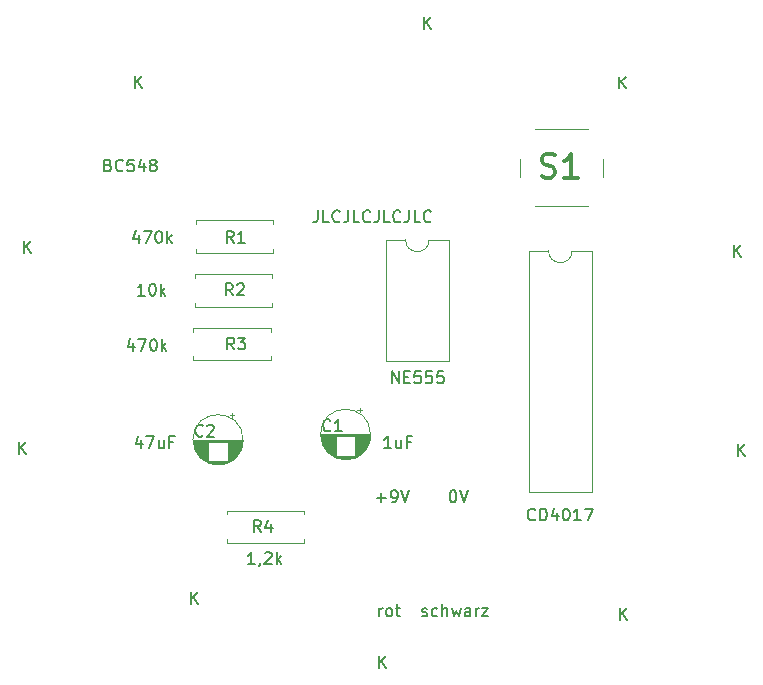
<source format=gbr>
%TF.GenerationSoftware,KiCad,Pcbnew,8.0.1*%
%TF.CreationDate,2024-04-02T10:16:43+02:00*%
%TF.ProjectId,GluecksraD,476c7565-636b-4737-9261-442e6b696361,rev?*%
%TF.SameCoordinates,Original*%
%TF.FileFunction,Legend,Top*%
%TF.FilePolarity,Positive*%
%FSLAX46Y46*%
G04 Gerber Fmt 4.6, Leading zero omitted, Abs format (unit mm)*
G04 Created by KiCad (PCBNEW 8.0.1) date 2024-04-02 10:16:43*
%MOMM*%
%LPD*%
G01*
G04 APERTURE LIST*
%ADD10C,0.150000*%
%ADD11C,0.300000*%
%ADD12C,0.120000*%
G04 APERTURE END LIST*
D10*
X67122493Y-62869819D02*
X67122493Y-63584104D01*
X67122493Y-63584104D02*
X67074874Y-63726961D01*
X67074874Y-63726961D02*
X66979636Y-63822200D01*
X66979636Y-63822200D02*
X66836779Y-63869819D01*
X66836779Y-63869819D02*
X66741541Y-63869819D01*
X68074874Y-63869819D02*
X67598684Y-63869819D01*
X67598684Y-63869819D02*
X67598684Y-62869819D01*
X68979636Y-63774580D02*
X68932017Y-63822200D01*
X68932017Y-63822200D02*
X68789160Y-63869819D01*
X68789160Y-63869819D02*
X68693922Y-63869819D01*
X68693922Y-63869819D02*
X68551065Y-63822200D01*
X68551065Y-63822200D02*
X68455827Y-63726961D01*
X68455827Y-63726961D02*
X68408208Y-63631723D01*
X68408208Y-63631723D02*
X68360589Y-63441247D01*
X68360589Y-63441247D02*
X68360589Y-63298390D01*
X68360589Y-63298390D02*
X68408208Y-63107914D01*
X68408208Y-63107914D02*
X68455827Y-63012676D01*
X68455827Y-63012676D02*
X68551065Y-62917438D01*
X68551065Y-62917438D02*
X68693922Y-62869819D01*
X68693922Y-62869819D02*
X68789160Y-62869819D01*
X68789160Y-62869819D02*
X68932017Y-62917438D01*
X68932017Y-62917438D02*
X68979636Y-62965057D01*
X69693922Y-62869819D02*
X69693922Y-63584104D01*
X69693922Y-63584104D02*
X69646303Y-63726961D01*
X69646303Y-63726961D02*
X69551065Y-63822200D01*
X69551065Y-63822200D02*
X69408208Y-63869819D01*
X69408208Y-63869819D02*
X69312970Y-63869819D01*
X70646303Y-63869819D02*
X70170113Y-63869819D01*
X70170113Y-63869819D02*
X70170113Y-62869819D01*
X71551065Y-63774580D02*
X71503446Y-63822200D01*
X71503446Y-63822200D02*
X71360589Y-63869819D01*
X71360589Y-63869819D02*
X71265351Y-63869819D01*
X71265351Y-63869819D02*
X71122494Y-63822200D01*
X71122494Y-63822200D02*
X71027256Y-63726961D01*
X71027256Y-63726961D02*
X70979637Y-63631723D01*
X70979637Y-63631723D02*
X70932018Y-63441247D01*
X70932018Y-63441247D02*
X70932018Y-63298390D01*
X70932018Y-63298390D02*
X70979637Y-63107914D01*
X70979637Y-63107914D02*
X71027256Y-63012676D01*
X71027256Y-63012676D02*
X71122494Y-62917438D01*
X71122494Y-62917438D02*
X71265351Y-62869819D01*
X71265351Y-62869819D02*
X71360589Y-62869819D01*
X71360589Y-62869819D02*
X71503446Y-62917438D01*
X71503446Y-62917438D02*
X71551065Y-62965057D01*
X72265351Y-62869819D02*
X72265351Y-63584104D01*
X72265351Y-63584104D02*
X72217732Y-63726961D01*
X72217732Y-63726961D02*
X72122494Y-63822200D01*
X72122494Y-63822200D02*
X71979637Y-63869819D01*
X71979637Y-63869819D02*
X71884399Y-63869819D01*
X73217732Y-63869819D02*
X72741542Y-63869819D01*
X72741542Y-63869819D02*
X72741542Y-62869819D01*
X74122494Y-63774580D02*
X74074875Y-63822200D01*
X74074875Y-63822200D02*
X73932018Y-63869819D01*
X73932018Y-63869819D02*
X73836780Y-63869819D01*
X73836780Y-63869819D02*
X73693923Y-63822200D01*
X73693923Y-63822200D02*
X73598685Y-63726961D01*
X73598685Y-63726961D02*
X73551066Y-63631723D01*
X73551066Y-63631723D02*
X73503447Y-63441247D01*
X73503447Y-63441247D02*
X73503447Y-63298390D01*
X73503447Y-63298390D02*
X73551066Y-63107914D01*
X73551066Y-63107914D02*
X73598685Y-63012676D01*
X73598685Y-63012676D02*
X73693923Y-62917438D01*
X73693923Y-62917438D02*
X73836780Y-62869819D01*
X73836780Y-62869819D02*
X73932018Y-62869819D01*
X73932018Y-62869819D02*
X74074875Y-62917438D01*
X74074875Y-62917438D02*
X74122494Y-62965057D01*
X74836780Y-62869819D02*
X74836780Y-63584104D01*
X74836780Y-63584104D02*
X74789161Y-63726961D01*
X74789161Y-63726961D02*
X74693923Y-63822200D01*
X74693923Y-63822200D02*
X74551066Y-63869819D01*
X74551066Y-63869819D02*
X74455828Y-63869819D01*
X75789161Y-63869819D02*
X75312971Y-63869819D01*
X75312971Y-63869819D02*
X75312971Y-62869819D01*
X76693923Y-63774580D02*
X76646304Y-63822200D01*
X76646304Y-63822200D02*
X76503447Y-63869819D01*
X76503447Y-63869819D02*
X76408209Y-63869819D01*
X76408209Y-63869819D02*
X76265352Y-63822200D01*
X76265352Y-63822200D02*
X76170114Y-63726961D01*
X76170114Y-63726961D02*
X76122495Y-63631723D01*
X76122495Y-63631723D02*
X76074876Y-63441247D01*
X76074876Y-63441247D02*
X76074876Y-63298390D01*
X76074876Y-63298390D02*
X76122495Y-63107914D01*
X76122495Y-63107914D02*
X76170114Y-63012676D01*
X76170114Y-63012676D02*
X76265352Y-62917438D01*
X76265352Y-62917438D02*
X76408209Y-62869819D01*
X76408209Y-62869819D02*
X76503447Y-62869819D01*
X76503447Y-62869819D02*
X76646304Y-62917438D01*
X76646304Y-62917438D02*
X76693923Y-62965057D01*
X51658095Y-52494819D02*
X51658095Y-51494819D01*
X52229523Y-52494819D02*
X51800952Y-51923390D01*
X52229523Y-51494819D02*
X51658095Y-52066247D01*
X72333095Y-101594819D02*
X72333095Y-100594819D01*
X72904523Y-101594819D02*
X72475952Y-101023390D01*
X72904523Y-100594819D02*
X72333095Y-101166247D01*
X92658095Y-52544819D02*
X92658095Y-51544819D01*
X93229523Y-52544819D02*
X92800952Y-51973390D01*
X93229523Y-51544819D02*
X92658095Y-52116247D01*
X75954285Y-97181200D02*
X76049523Y-97228819D01*
X76049523Y-97228819D02*
X76239999Y-97228819D01*
X76239999Y-97228819D02*
X76335237Y-97181200D01*
X76335237Y-97181200D02*
X76382856Y-97085961D01*
X76382856Y-97085961D02*
X76382856Y-97038342D01*
X76382856Y-97038342D02*
X76335237Y-96943104D01*
X76335237Y-96943104D02*
X76239999Y-96895485D01*
X76239999Y-96895485D02*
X76097142Y-96895485D01*
X76097142Y-96895485D02*
X76001904Y-96847866D01*
X76001904Y-96847866D02*
X75954285Y-96752628D01*
X75954285Y-96752628D02*
X75954285Y-96705009D01*
X75954285Y-96705009D02*
X76001904Y-96609771D01*
X76001904Y-96609771D02*
X76097142Y-96562152D01*
X76097142Y-96562152D02*
X76239999Y-96562152D01*
X76239999Y-96562152D02*
X76335237Y-96609771D01*
X77239999Y-97181200D02*
X77144761Y-97228819D01*
X77144761Y-97228819D02*
X76954285Y-97228819D01*
X76954285Y-97228819D02*
X76859047Y-97181200D01*
X76859047Y-97181200D02*
X76811428Y-97133580D01*
X76811428Y-97133580D02*
X76763809Y-97038342D01*
X76763809Y-97038342D02*
X76763809Y-96752628D01*
X76763809Y-96752628D02*
X76811428Y-96657390D01*
X76811428Y-96657390D02*
X76859047Y-96609771D01*
X76859047Y-96609771D02*
X76954285Y-96562152D01*
X76954285Y-96562152D02*
X77144761Y-96562152D01*
X77144761Y-96562152D02*
X77239999Y-96609771D01*
X77668571Y-97228819D02*
X77668571Y-96228819D01*
X78097142Y-97228819D02*
X78097142Y-96705009D01*
X78097142Y-96705009D02*
X78049523Y-96609771D01*
X78049523Y-96609771D02*
X77954285Y-96562152D01*
X77954285Y-96562152D02*
X77811428Y-96562152D01*
X77811428Y-96562152D02*
X77716190Y-96609771D01*
X77716190Y-96609771D02*
X77668571Y-96657390D01*
X78478095Y-96562152D02*
X78668571Y-97228819D01*
X78668571Y-97228819D02*
X78859047Y-96752628D01*
X78859047Y-96752628D02*
X79049523Y-97228819D01*
X79049523Y-97228819D02*
X79239999Y-96562152D01*
X80049523Y-97228819D02*
X80049523Y-96705009D01*
X80049523Y-96705009D02*
X80001904Y-96609771D01*
X80001904Y-96609771D02*
X79906666Y-96562152D01*
X79906666Y-96562152D02*
X79716190Y-96562152D01*
X79716190Y-96562152D02*
X79620952Y-96609771D01*
X80049523Y-97181200D02*
X79954285Y-97228819D01*
X79954285Y-97228819D02*
X79716190Y-97228819D01*
X79716190Y-97228819D02*
X79620952Y-97181200D01*
X79620952Y-97181200D02*
X79573333Y-97085961D01*
X79573333Y-97085961D02*
X79573333Y-96990723D01*
X79573333Y-96990723D02*
X79620952Y-96895485D01*
X79620952Y-96895485D02*
X79716190Y-96847866D01*
X79716190Y-96847866D02*
X79954285Y-96847866D01*
X79954285Y-96847866D02*
X80049523Y-96800247D01*
X80525714Y-97228819D02*
X80525714Y-96562152D01*
X80525714Y-96752628D02*
X80573333Y-96657390D01*
X80573333Y-96657390D02*
X80620952Y-96609771D01*
X80620952Y-96609771D02*
X80716190Y-96562152D01*
X80716190Y-96562152D02*
X80811428Y-96562152D01*
X81049524Y-96562152D02*
X81573333Y-96562152D01*
X81573333Y-96562152D02*
X81049524Y-97228819D01*
X81049524Y-97228819D02*
X81573333Y-97228819D01*
X41833095Y-83519819D02*
X41833095Y-82519819D01*
X42404523Y-83519819D02*
X41975952Y-82948390D01*
X42404523Y-82519819D02*
X41833095Y-83091247D01*
X72342476Y-97228819D02*
X72342476Y-96562152D01*
X72342476Y-96752628D02*
X72390095Y-96657390D01*
X72390095Y-96657390D02*
X72437714Y-96609771D01*
X72437714Y-96609771D02*
X72532952Y-96562152D01*
X72532952Y-96562152D02*
X72628190Y-96562152D01*
X73104381Y-97228819D02*
X73009143Y-97181200D01*
X73009143Y-97181200D02*
X72961524Y-97133580D01*
X72961524Y-97133580D02*
X72913905Y-97038342D01*
X72913905Y-97038342D02*
X72913905Y-96752628D01*
X72913905Y-96752628D02*
X72961524Y-96657390D01*
X72961524Y-96657390D02*
X73009143Y-96609771D01*
X73009143Y-96609771D02*
X73104381Y-96562152D01*
X73104381Y-96562152D02*
X73247238Y-96562152D01*
X73247238Y-96562152D02*
X73342476Y-96609771D01*
X73342476Y-96609771D02*
X73390095Y-96657390D01*
X73390095Y-96657390D02*
X73437714Y-96752628D01*
X73437714Y-96752628D02*
X73437714Y-97038342D01*
X73437714Y-97038342D02*
X73390095Y-97133580D01*
X73390095Y-97133580D02*
X73342476Y-97181200D01*
X73342476Y-97181200D02*
X73247238Y-97228819D01*
X73247238Y-97228819D02*
X73104381Y-97228819D01*
X73723429Y-96562152D02*
X74104381Y-96562152D01*
X73866286Y-96228819D02*
X73866286Y-97085961D01*
X73866286Y-97085961D02*
X73913905Y-97181200D01*
X73913905Y-97181200D02*
X74009143Y-97228819D01*
X74009143Y-97228819D02*
X74104381Y-97228819D01*
X92708095Y-97519819D02*
X92708095Y-96519819D01*
X93279523Y-97519819D02*
X92850952Y-96948390D01*
X93279523Y-96519819D02*
X92708095Y-97091247D01*
X102683095Y-83644819D02*
X102683095Y-82644819D01*
X103254523Y-83644819D02*
X102825952Y-83073390D01*
X103254523Y-82644819D02*
X102683095Y-83216247D01*
X76113095Y-47479819D02*
X76113095Y-46479819D01*
X76684523Y-47479819D02*
X76255952Y-46908390D01*
X76684523Y-46479819D02*
X76113095Y-47051247D01*
X42283095Y-66444819D02*
X42283095Y-65444819D01*
X42854523Y-66444819D02*
X42425952Y-65873390D01*
X42854523Y-65444819D02*
X42283095Y-66016247D01*
X49380112Y-59036009D02*
X49522969Y-59083628D01*
X49522969Y-59083628D02*
X49570588Y-59131247D01*
X49570588Y-59131247D02*
X49618207Y-59226485D01*
X49618207Y-59226485D02*
X49618207Y-59369342D01*
X49618207Y-59369342D02*
X49570588Y-59464580D01*
X49570588Y-59464580D02*
X49522969Y-59512200D01*
X49522969Y-59512200D02*
X49427731Y-59559819D01*
X49427731Y-59559819D02*
X49046779Y-59559819D01*
X49046779Y-59559819D02*
X49046779Y-58559819D01*
X49046779Y-58559819D02*
X49380112Y-58559819D01*
X49380112Y-58559819D02*
X49475350Y-58607438D01*
X49475350Y-58607438D02*
X49522969Y-58655057D01*
X49522969Y-58655057D02*
X49570588Y-58750295D01*
X49570588Y-58750295D02*
X49570588Y-58845533D01*
X49570588Y-58845533D02*
X49522969Y-58940771D01*
X49522969Y-58940771D02*
X49475350Y-58988390D01*
X49475350Y-58988390D02*
X49380112Y-59036009D01*
X49380112Y-59036009D02*
X49046779Y-59036009D01*
X50618207Y-59464580D02*
X50570588Y-59512200D01*
X50570588Y-59512200D02*
X50427731Y-59559819D01*
X50427731Y-59559819D02*
X50332493Y-59559819D01*
X50332493Y-59559819D02*
X50189636Y-59512200D01*
X50189636Y-59512200D02*
X50094398Y-59416961D01*
X50094398Y-59416961D02*
X50046779Y-59321723D01*
X50046779Y-59321723D02*
X49999160Y-59131247D01*
X49999160Y-59131247D02*
X49999160Y-58988390D01*
X49999160Y-58988390D02*
X50046779Y-58797914D01*
X50046779Y-58797914D02*
X50094398Y-58702676D01*
X50094398Y-58702676D02*
X50189636Y-58607438D01*
X50189636Y-58607438D02*
X50332493Y-58559819D01*
X50332493Y-58559819D02*
X50427731Y-58559819D01*
X50427731Y-58559819D02*
X50570588Y-58607438D01*
X50570588Y-58607438D02*
X50618207Y-58655057D01*
X51522969Y-58559819D02*
X51046779Y-58559819D01*
X51046779Y-58559819D02*
X50999160Y-59036009D01*
X50999160Y-59036009D02*
X51046779Y-58988390D01*
X51046779Y-58988390D02*
X51142017Y-58940771D01*
X51142017Y-58940771D02*
X51380112Y-58940771D01*
X51380112Y-58940771D02*
X51475350Y-58988390D01*
X51475350Y-58988390D02*
X51522969Y-59036009D01*
X51522969Y-59036009D02*
X51570588Y-59131247D01*
X51570588Y-59131247D02*
X51570588Y-59369342D01*
X51570588Y-59369342D02*
X51522969Y-59464580D01*
X51522969Y-59464580D02*
X51475350Y-59512200D01*
X51475350Y-59512200D02*
X51380112Y-59559819D01*
X51380112Y-59559819D02*
X51142017Y-59559819D01*
X51142017Y-59559819D02*
X51046779Y-59512200D01*
X51046779Y-59512200D02*
X50999160Y-59464580D01*
X52427731Y-58893152D02*
X52427731Y-59559819D01*
X52189636Y-58512200D02*
X51951541Y-59226485D01*
X51951541Y-59226485D02*
X52570588Y-59226485D01*
X53094398Y-58988390D02*
X52999160Y-58940771D01*
X52999160Y-58940771D02*
X52951541Y-58893152D01*
X52951541Y-58893152D02*
X52903922Y-58797914D01*
X52903922Y-58797914D02*
X52903922Y-58750295D01*
X52903922Y-58750295D02*
X52951541Y-58655057D01*
X52951541Y-58655057D02*
X52999160Y-58607438D01*
X52999160Y-58607438D02*
X53094398Y-58559819D01*
X53094398Y-58559819D02*
X53284874Y-58559819D01*
X53284874Y-58559819D02*
X53380112Y-58607438D01*
X53380112Y-58607438D02*
X53427731Y-58655057D01*
X53427731Y-58655057D02*
X53475350Y-58750295D01*
X53475350Y-58750295D02*
X53475350Y-58797914D01*
X53475350Y-58797914D02*
X53427731Y-58893152D01*
X53427731Y-58893152D02*
X53380112Y-58940771D01*
X53380112Y-58940771D02*
X53284874Y-58988390D01*
X53284874Y-58988390D02*
X53094398Y-58988390D01*
X53094398Y-58988390D02*
X52999160Y-59036009D01*
X52999160Y-59036009D02*
X52951541Y-59083628D01*
X52951541Y-59083628D02*
X52903922Y-59178866D01*
X52903922Y-59178866D02*
X52903922Y-59369342D01*
X52903922Y-59369342D02*
X52951541Y-59464580D01*
X52951541Y-59464580D02*
X52999160Y-59512200D01*
X52999160Y-59512200D02*
X53094398Y-59559819D01*
X53094398Y-59559819D02*
X53284874Y-59559819D01*
X53284874Y-59559819D02*
X53380112Y-59512200D01*
X53380112Y-59512200D02*
X53427731Y-59464580D01*
X53427731Y-59464580D02*
X53475350Y-59369342D01*
X53475350Y-59369342D02*
X53475350Y-59178866D01*
X53475350Y-59178866D02*
X53427731Y-59083628D01*
X53427731Y-59083628D02*
X53380112Y-59036009D01*
X53380112Y-59036009D02*
X53284874Y-58988390D01*
X102358095Y-66794819D02*
X102358095Y-65794819D01*
X102929523Y-66794819D02*
X102500952Y-66223390D01*
X102929523Y-65794819D02*
X102358095Y-66366247D01*
X56408095Y-96169819D02*
X56408095Y-95169819D01*
X56979523Y-96169819D02*
X56550952Y-95598390D01*
X56979523Y-95169819D02*
X56408095Y-95741247D01*
X68183333Y-81469580D02*
X68135714Y-81517200D01*
X68135714Y-81517200D02*
X67992857Y-81564819D01*
X67992857Y-81564819D02*
X67897619Y-81564819D01*
X67897619Y-81564819D02*
X67754762Y-81517200D01*
X67754762Y-81517200D02*
X67659524Y-81421961D01*
X67659524Y-81421961D02*
X67611905Y-81326723D01*
X67611905Y-81326723D02*
X67564286Y-81136247D01*
X67564286Y-81136247D02*
X67564286Y-80993390D01*
X67564286Y-80993390D02*
X67611905Y-80802914D01*
X67611905Y-80802914D02*
X67659524Y-80707676D01*
X67659524Y-80707676D02*
X67754762Y-80612438D01*
X67754762Y-80612438D02*
X67897619Y-80564819D01*
X67897619Y-80564819D02*
X67992857Y-80564819D01*
X67992857Y-80564819D02*
X68135714Y-80612438D01*
X68135714Y-80612438D02*
X68183333Y-80660057D01*
X69135714Y-81564819D02*
X68564286Y-81564819D01*
X68850000Y-81564819D02*
X68850000Y-80564819D01*
X68850000Y-80564819D02*
X68754762Y-80707676D01*
X68754762Y-80707676D02*
X68659524Y-80802914D01*
X68659524Y-80802914D02*
X68564286Y-80850533D01*
X73318761Y-83004819D02*
X72747333Y-83004819D01*
X73033047Y-83004819D02*
X73033047Y-82004819D01*
X73033047Y-82004819D02*
X72937809Y-82147676D01*
X72937809Y-82147676D02*
X72842571Y-82242914D01*
X72842571Y-82242914D02*
X72747333Y-82290533D01*
X74175904Y-82338152D02*
X74175904Y-83004819D01*
X73747333Y-82338152D02*
X73747333Y-82861961D01*
X73747333Y-82861961D02*
X73794952Y-82957200D01*
X73794952Y-82957200D02*
X73890190Y-83004819D01*
X73890190Y-83004819D02*
X74033047Y-83004819D01*
X74033047Y-83004819D02*
X74128285Y-82957200D01*
X74128285Y-82957200D02*
X74175904Y-82909580D01*
X74985428Y-82481009D02*
X74652095Y-82481009D01*
X74652095Y-83004819D02*
X74652095Y-82004819D01*
X74652095Y-82004819D02*
X75128285Y-82004819D01*
X59923333Y-70054819D02*
X59590000Y-69578628D01*
X59351905Y-70054819D02*
X59351905Y-69054819D01*
X59351905Y-69054819D02*
X59732857Y-69054819D01*
X59732857Y-69054819D02*
X59828095Y-69102438D01*
X59828095Y-69102438D02*
X59875714Y-69150057D01*
X59875714Y-69150057D02*
X59923333Y-69245295D01*
X59923333Y-69245295D02*
X59923333Y-69388152D01*
X59923333Y-69388152D02*
X59875714Y-69483390D01*
X59875714Y-69483390D02*
X59828095Y-69531009D01*
X59828095Y-69531009D02*
X59732857Y-69578628D01*
X59732857Y-69578628D02*
X59351905Y-69578628D01*
X60304286Y-69150057D02*
X60351905Y-69102438D01*
X60351905Y-69102438D02*
X60447143Y-69054819D01*
X60447143Y-69054819D02*
X60685238Y-69054819D01*
X60685238Y-69054819D02*
X60780476Y-69102438D01*
X60780476Y-69102438D02*
X60828095Y-69150057D01*
X60828095Y-69150057D02*
X60875714Y-69245295D01*
X60875714Y-69245295D02*
X60875714Y-69340533D01*
X60875714Y-69340533D02*
X60828095Y-69483390D01*
X60828095Y-69483390D02*
X60256667Y-70054819D01*
X60256667Y-70054819D02*
X60875714Y-70054819D01*
X52464761Y-70084819D02*
X51893333Y-70084819D01*
X52179047Y-70084819D02*
X52179047Y-69084819D01*
X52179047Y-69084819D02*
X52083809Y-69227676D01*
X52083809Y-69227676D02*
X51988571Y-69322914D01*
X51988571Y-69322914D02*
X51893333Y-69370533D01*
X53083809Y-69084819D02*
X53179047Y-69084819D01*
X53179047Y-69084819D02*
X53274285Y-69132438D01*
X53274285Y-69132438D02*
X53321904Y-69180057D01*
X53321904Y-69180057D02*
X53369523Y-69275295D01*
X53369523Y-69275295D02*
X53417142Y-69465771D01*
X53417142Y-69465771D02*
X53417142Y-69703866D01*
X53417142Y-69703866D02*
X53369523Y-69894342D01*
X53369523Y-69894342D02*
X53321904Y-69989580D01*
X53321904Y-69989580D02*
X53274285Y-70037200D01*
X53274285Y-70037200D02*
X53179047Y-70084819D01*
X53179047Y-70084819D02*
X53083809Y-70084819D01*
X53083809Y-70084819D02*
X52988571Y-70037200D01*
X52988571Y-70037200D02*
X52940952Y-69989580D01*
X52940952Y-69989580D02*
X52893333Y-69894342D01*
X52893333Y-69894342D02*
X52845714Y-69703866D01*
X52845714Y-69703866D02*
X52845714Y-69465771D01*
X52845714Y-69465771D02*
X52893333Y-69275295D01*
X52893333Y-69275295D02*
X52940952Y-69180057D01*
X52940952Y-69180057D02*
X52988571Y-69132438D01*
X52988571Y-69132438D02*
X53083809Y-69084819D01*
X53845714Y-70084819D02*
X53845714Y-69084819D01*
X53940952Y-69703866D02*
X54226666Y-70084819D01*
X54226666Y-69418152D02*
X53845714Y-69799104D01*
X60043333Y-74634819D02*
X59710000Y-74158628D01*
X59471905Y-74634819D02*
X59471905Y-73634819D01*
X59471905Y-73634819D02*
X59852857Y-73634819D01*
X59852857Y-73634819D02*
X59948095Y-73682438D01*
X59948095Y-73682438D02*
X59995714Y-73730057D01*
X59995714Y-73730057D02*
X60043333Y-73825295D01*
X60043333Y-73825295D02*
X60043333Y-73968152D01*
X60043333Y-73968152D02*
X59995714Y-74063390D01*
X59995714Y-74063390D02*
X59948095Y-74111009D01*
X59948095Y-74111009D02*
X59852857Y-74158628D01*
X59852857Y-74158628D02*
X59471905Y-74158628D01*
X60376667Y-73634819D02*
X60995714Y-73634819D01*
X60995714Y-73634819D02*
X60662381Y-74015771D01*
X60662381Y-74015771D02*
X60805238Y-74015771D01*
X60805238Y-74015771D02*
X60900476Y-74063390D01*
X60900476Y-74063390D02*
X60948095Y-74111009D01*
X60948095Y-74111009D02*
X60995714Y-74206247D01*
X60995714Y-74206247D02*
X60995714Y-74444342D01*
X60995714Y-74444342D02*
X60948095Y-74539580D01*
X60948095Y-74539580D02*
X60900476Y-74587200D01*
X60900476Y-74587200D02*
X60805238Y-74634819D01*
X60805238Y-74634819D02*
X60519524Y-74634819D01*
X60519524Y-74634819D02*
X60424286Y-74587200D01*
X60424286Y-74587200D02*
X60376667Y-74539580D01*
X51493333Y-74088152D02*
X51493333Y-74754819D01*
X51255238Y-73707200D02*
X51017143Y-74421485D01*
X51017143Y-74421485D02*
X51636190Y-74421485D01*
X51921905Y-73754819D02*
X52588571Y-73754819D01*
X52588571Y-73754819D02*
X52160000Y-74754819D01*
X53160000Y-73754819D02*
X53255238Y-73754819D01*
X53255238Y-73754819D02*
X53350476Y-73802438D01*
X53350476Y-73802438D02*
X53398095Y-73850057D01*
X53398095Y-73850057D02*
X53445714Y-73945295D01*
X53445714Y-73945295D02*
X53493333Y-74135771D01*
X53493333Y-74135771D02*
X53493333Y-74373866D01*
X53493333Y-74373866D02*
X53445714Y-74564342D01*
X53445714Y-74564342D02*
X53398095Y-74659580D01*
X53398095Y-74659580D02*
X53350476Y-74707200D01*
X53350476Y-74707200D02*
X53255238Y-74754819D01*
X53255238Y-74754819D02*
X53160000Y-74754819D01*
X53160000Y-74754819D02*
X53064762Y-74707200D01*
X53064762Y-74707200D02*
X53017143Y-74659580D01*
X53017143Y-74659580D02*
X52969524Y-74564342D01*
X52969524Y-74564342D02*
X52921905Y-74373866D01*
X52921905Y-74373866D02*
X52921905Y-74135771D01*
X52921905Y-74135771D02*
X52969524Y-73945295D01*
X52969524Y-73945295D02*
X53017143Y-73850057D01*
X53017143Y-73850057D02*
X53064762Y-73802438D01*
X53064762Y-73802438D02*
X53160000Y-73754819D01*
X53921905Y-74754819D02*
X53921905Y-73754819D01*
X54017143Y-74373866D02*
X54302857Y-74754819D01*
X54302857Y-74088152D02*
X53921905Y-74469104D01*
X62293333Y-90094819D02*
X61960000Y-89618628D01*
X61721905Y-90094819D02*
X61721905Y-89094819D01*
X61721905Y-89094819D02*
X62102857Y-89094819D01*
X62102857Y-89094819D02*
X62198095Y-89142438D01*
X62198095Y-89142438D02*
X62245714Y-89190057D01*
X62245714Y-89190057D02*
X62293333Y-89285295D01*
X62293333Y-89285295D02*
X62293333Y-89428152D01*
X62293333Y-89428152D02*
X62245714Y-89523390D01*
X62245714Y-89523390D02*
X62198095Y-89571009D01*
X62198095Y-89571009D02*
X62102857Y-89618628D01*
X62102857Y-89618628D02*
X61721905Y-89618628D01*
X63150476Y-89428152D02*
X63150476Y-90094819D01*
X62912381Y-89047200D02*
X62674286Y-89761485D01*
X62674286Y-89761485D02*
X63293333Y-89761485D01*
X61786666Y-92804819D02*
X61215238Y-92804819D01*
X61500952Y-92804819D02*
X61500952Y-91804819D01*
X61500952Y-91804819D02*
X61405714Y-91947676D01*
X61405714Y-91947676D02*
X61310476Y-92042914D01*
X61310476Y-92042914D02*
X61215238Y-92090533D01*
X62262857Y-92757200D02*
X62262857Y-92804819D01*
X62262857Y-92804819D02*
X62215238Y-92900057D01*
X62215238Y-92900057D02*
X62167619Y-92947676D01*
X62643809Y-91900057D02*
X62691428Y-91852438D01*
X62691428Y-91852438D02*
X62786666Y-91804819D01*
X62786666Y-91804819D02*
X63024761Y-91804819D01*
X63024761Y-91804819D02*
X63119999Y-91852438D01*
X63119999Y-91852438D02*
X63167618Y-91900057D01*
X63167618Y-91900057D02*
X63215237Y-91995295D01*
X63215237Y-91995295D02*
X63215237Y-92090533D01*
X63215237Y-92090533D02*
X63167618Y-92233390D01*
X63167618Y-92233390D02*
X62596190Y-92804819D01*
X62596190Y-92804819D02*
X63215237Y-92804819D01*
X63643809Y-92804819D02*
X63643809Y-91804819D01*
X63739047Y-92423866D02*
X64024761Y-92804819D01*
X64024761Y-92138152D02*
X63643809Y-92519104D01*
X72120286Y-87195866D02*
X72882191Y-87195866D01*
X72501238Y-87576819D02*
X72501238Y-86814914D01*
X73406000Y-87576819D02*
X73596476Y-87576819D01*
X73596476Y-87576819D02*
X73691714Y-87529200D01*
X73691714Y-87529200D02*
X73739333Y-87481580D01*
X73739333Y-87481580D02*
X73834571Y-87338723D01*
X73834571Y-87338723D02*
X73882190Y-87148247D01*
X73882190Y-87148247D02*
X73882190Y-86767295D01*
X73882190Y-86767295D02*
X73834571Y-86672057D01*
X73834571Y-86672057D02*
X73786952Y-86624438D01*
X73786952Y-86624438D02*
X73691714Y-86576819D01*
X73691714Y-86576819D02*
X73501238Y-86576819D01*
X73501238Y-86576819D02*
X73406000Y-86624438D01*
X73406000Y-86624438D02*
X73358381Y-86672057D01*
X73358381Y-86672057D02*
X73310762Y-86767295D01*
X73310762Y-86767295D02*
X73310762Y-87005390D01*
X73310762Y-87005390D02*
X73358381Y-87100628D01*
X73358381Y-87100628D02*
X73406000Y-87148247D01*
X73406000Y-87148247D02*
X73501238Y-87195866D01*
X73501238Y-87195866D02*
X73691714Y-87195866D01*
X73691714Y-87195866D02*
X73786952Y-87148247D01*
X73786952Y-87148247D02*
X73834571Y-87100628D01*
X73834571Y-87100628D02*
X73882190Y-87005390D01*
X74167905Y-86576819D02*
X74501238Y-87576819D01*
X74501238Y-87576819D02*
X74834571Y-86576819D01*
X73403333Y-77494819D02*
X73403333Y-76494819D01*
X73403333Y-76494819D02*
X73974761Y-77494819D01*
X73974761Y-77494819D02*
X73974761Y-76494819D01*
X74450952Y-76971009D02*
X74784285Y-76971009D01*
X74927142Y-77494819D02*
X74450952Y-77494819D01*
X74450952Y-77494819D02*
X74450952Y-76494819D01*
X74450952Y-76494819D02*
X74927142Y-76494819D01*
X75831904Y-76494819D02*
X75355714Y-76494819D01*
X75355714Y-76494819D02*
X75308095Y-76971009D01*
X75308095Y-76971009D02*
X75355714Y-76923390D01*
X75355714Y-76923390D02*
X75450952Y-76875771D01*
X75450952Y-76875771D02*
X75689047Y-76875771D01*
X75689047Y-76875771D02*
X75784285Y-76923390D01*
X75784285Y-76923390D02*
X75831904Y-76971009D01*
X75831904Y-76971009D02*
X75879523Y-77066247D01*
X75879523Y-77066247D02*
X75879523Y-77304342D01*
X75879523Y-77304342D02*
X75831904Y-77399580D01*
X75831904Y-77399580D02*
X75784285Y-77447200D01*
X75784285Y-77447200D02*
X75689047Y-77494819D01*
X75689047Y-77494819D02*
X75450952Y-77494819D01*
X75450952Y-77494819D02*
X75355714Y-77447200D01*
X75355714Y-77447200D02*
X75308095Y-77399580D01*
X76784285Y-76494819D02*
X76308095Y-76494819D01*
X76308095Y-76494819D02*
X76260476Y-76971009D01*
X76260476Y-76971009D02*
X76308095Y-76923390D01*
X76308095Y-76923390D02*
X76403333Y-76875771D01*
X76403333Y-76875771D02*
X76641428Y-76875771D01*
X76641428Y-76875771D02*
X76736666Y-76923390D01*
X76736666Y-76923390D02*
X76784285Y-76971009D01*
X76784285Y-76971009D02*
X76831904Y-77066247D01*
X76831904Y-77066247D02*
X76831904Y-77304342D01*
X76831904Y-77304342D02*
X76784285Y-77399580D01*
X76784285Y-77399580D02*
X76736666Y-77447200D01*
X76736666Y-77447200D02*
X76641428Y-77494819D01*
X76641428Y-77494819D02*
X76403333Y-77494819D01*
X76403333Y-77494819D02*
X76308095Y-77447200D01*
X76308095Y-77447200D02*
X76260476Y-77399580D01*
X77736666Y-76494819D02*
X77260476Y-76494819D01*
X77260476Y-76494819D02*
X77212857Y-76971009D01*
X77212857Y-76971009D02*
X77260476Y-76923390D01*
X77260476Y-76923390D02*
X77355714Y-76875771D01*
X77355714Y-76875771D02*
X77593809Y-76875771D01*
X77593809Y-76875771D02*
X77689047Y-76923390D01*
X77689047Y-76923390D02*
X77736666Y-76971009D01*
X77736666Y-76971009D02*
X77784285Y-77066247D01*
X77784285Y-77066247D02*
X77784285Y-77304342D01*
X77784285Y-77304342D02*
X77736666Y-77399580D01*
X77736666Y-77399580D02*
X77689047Y-77447200D01*
X77689047Y-77447200D02*
X77593809Y-77494819D01*
X77593809Y-77494819D02*
X77355714Y-77494819D01*
X77355714Y-77494819D02*
X77260476Y-77447200D01*
X77260476Y-77447200D02*
X77212857Y-77399580D01*
X85534761Y-89019580D02*
X85487142Y-89067200D01*
X85487142Y-89067200D02*
X85344285Y-89114819D01*
X85344285Y-89114819D02*
X85249047Y-89114819D01*
X85249047Y-89114819D02*
X85106190Y-89067200D01*
X85106190Y-89067200D02*
X85010952Y-88971961D01*
X85010952Y-88971961D02*
X84963333Y-88876723D01*
X84963333Y-88876723D02*
X84915714Y-88686247D01*
X84915714Y-88686247D02*
X84915714Y-88543390D01*
X84915714Y-88543390D02*
X84963333Y-88352914D01*
X84963333Y-88352914D02*
X85010952Y-88257676D01*
X85010952Y-88257676D02*
X85106190Y-88162438D01*
X85106190Y-88162438D02*
X85249047Y-88114819D01*
X85249047Y-88114819D02*
X85344285Y-88114819D01*
X85344285Y-88114819D02*
X85487142Y-88162438D01*
X85487142Y-88162438D02*
X85534761Y-88210057D01*
X85963333Y-89114819D02*
X85963333Y-88114819D01*
X85963333Y-88114819D02*
X86201428Y-88114819D01*
X86201428Y-88114819D02*
X86344285Y-88162438D01*
X86344285Y-88162438D02*
X86439523Y-88257676D01*
X86439523Y-88257676D02*
X86487142Y-88352914D01*
X86487142Y-88352914D02*
X86534761Y-88543390D01*
X86534761Y-88543390D02*
X86534761Y-88686247D01*
X86534761Y-88686247D02*
X86487142Y-88876723D01*
X86487142Y-88876723D02*
X86439523Y-88971961D01*
X86439523Y-88971961D02*
X86344285Y-89067200D01*
X86344285Y-89067200D02*
X86201428Y-89114819D01*
X86201428Y-89114819D02*
X85963333Y-89114819D01*
X87391904Y-88448152D02*
X87391904Y-89114819D01*
X87153809Y-88067200D02*
X86915714Y-88781485D01*
X86915714Y-88781485D02*
X87534761Y-88781485D01*
X88106190Y-88114819D02*
X88201428Y-88114819D01*
X88201428Y-88114819D02*
X88296666Y-88162438D01*
X88296666Y-88162438D02*
X88344285Y-88210057D01*
X88344285Y-88210057D02*
X88391904Y-88305295D01*
X88391904Y-88305295D02*
X88439523Y-88495771D01*
X88439523Y-88495771D02*
X88439523Y-88733866D01*
X88439523Y-88733866D02*
X88391904Y-88924342D01*
X88391904Y-88924342D02*
X88344285Y-89019580D01*
X88344285Y-89019580D02*
X88296666Y-89067200D01*
X88296666Y-89067200D02*
X88201428Y-89114819D01*
X88201428Y-89114819D02*
X88106190Y-89114819D01*
X88106190Y-89114819D02*
X88010952Y-89067200D01*
X88010952Y-89067200D02*
X87963333Y-89019580D01*
X87963333Y-89019580D02*
X87915714Y-88924342D01*
X87915714Y-88924342D02*
X87868095Y-88733866D01*
X87868095Y-88733866D02*
X87868095Y-88495771D01*
X87868095Y-88495771D02*
X87915714Y-88305295D01*
X87915714Y-88305295D02*
X87963333Y-88210057D01*
X87963333Y-88210057D02*
X88010952Y-88162438D01*
X88010952Y-88162438D02*
X88106190Y-88114819D01*
X89391904Y-89114819D02*
X88820476Y-89114819D01*
X89106190Y-89114819D02*
X89106190Y-88114819D01*
X89106190Y-88114819D02*
X89010952Y-88257676D01*
X89010952Y-88257676D02*
X88915714Y-88352914D01*
X88915714Y-88352914D02*
X88820476Y-88400533D01*
X89725238Y-88114819D02*
X90391904Y-88114819D01*
X90391904Y-88114819D02*
X89963333Y-89114819D01*
X78523809Y-86576819D02*
X78619047Y-86576819D01*
X78619047Y-86576819D02*
X78714285Y-86624438D01*
X78714285Y-86624438D02*
X78761904Y-86672057D01*
X78761904Y-86672057D02*
X78809523Y-86767295D01*
X78809523Y-86767295D02*
X78857142Y-86957771D01*
X78857142Y-86957771D02*
X78857142Y-87195866D01*
X78857142Y-87195866D02*
X78809523Y-87386342D01*
X78809523Y-87386342D02*
X78761904Y-87481580D01*
X78761904Y-87481580D02*
X78714285Y-87529200D01*
X78714285Y-87529200D02*
X78619047Y-87576819D01*
X78619047Y-87576819D02*
X78523809Y-87576819D01*
X78523809Y-87576819D02*
X78428571Y-87529200D01*
X78428571Y-87529200D02*
X78380952Y-87481580D01*
X78380952Y-87481580D02*
X78333333Y-87386342D01*
X78333333Y-87386342D02*
X78285714Y-87195866D01*
X78285714Y-87195866D02*
X78285714Y-86957771D01*
X78285714Y-86957771D02*
X78333333Y-86767295D01*
X78333333Y-86767295D02*
X78380952Y-86672057D01*
X78380952Y-86672057D02*
X78428571Y-86624438D01*
X78428571Y-86624438D02*
X78523809Y-86576819D01*
X79142857Y-86576819D02*
X79476190Y-87576819D01*
X79476190Y-87576819D02*
X79809523Y-86576819D01*
D11*
X86106190Y-59996400D02*
X86391904Y-60091638D01*
X86391904Y-60091638D02*
X86868095Y-60091638D01*
X86868095Y-60091638D02*
X87058571Y-59996400D01*
X87058571Y-59996400D02*
X87153809Y-59901161D01*
X87153809Y-59901161D02*
X87249047Y-59710685D01*
X87249047Y-59710685D02*
X87249047Y-59520209D01*
X87249047Y-59520209D02*
X87153809Y-59329733D01*
X87153809Y-59329733D02*
X87058571Y-59234495D01*
X87058571Y-59234495D02*
X86868095Y-59139257D01*
X86868095Y-59139257D02*
X86487142Y-59044019D01*
X86487142Y-59044019D02*
X86296666Y-58948780D01*
X86296666Y-58948780D02*
X86201428Y-58853542D01*
X86201428Y-58853542D02*
X86106190Y-58663066D01*
X86106190Y-58663066D02*
X86106190Y-58472590D01*
X86106190Y-58472590D02*
X86201428Y-58282114D01*
X86201428Y-58282114D02*
X86296666Y-58186876D01*
X86296666Y-58186876D02*
X86487142Y-58091638D01*
X86487142Y-58091638D02*
X86963333Y-58091638D01*
X86963333Y-58091638D02*
X87249047Y-58186876D01*
X89153809Y-60091638D02*
X88010952Y-60091638D01*
X88582380Y-60091638D02*
X88582380Y-58091638D01*
X88582380Y-58091638D02*
X88391904Y-58377352D01*
X88391904Y-58377352D02*
X88201428Y-58567828D01*
X88201428Y-58567828D02*
X88010952Y-58663066D01*
D10*
X57387333Y-81919580D02*
X57339714Y-81967200D01*
X57339714Y-81967200D02*
X57196857Y-82014819D01*
X57196857Y-82014819D02*
X57101619Y-82014819D01*
X57101619Y-82014819D02*
X56958762Y-81967200D01*
X56958762Y-81967200D02*
X56863524Y-81871961D01*
X56863524Y-81871961D02*
X56815905Y-81776723D01*
X56815905Y-81776723D02*
X56768286Y-81586247D01*
X56768286Y-81586247D02*
X56768286Y-81443390D01*
X56768286Y-81443390D02*
X56815905Y-81252914D01*
X56815905Y-81252914D02*
X56863524Y-81157676D01*
X56863524Y-81157676D02*
X56958762Y-81062438D01*
X56958762Y-81062438D02*
X57101619Y-81014819D01*
X57101619Y-81014819D02*
X57196857Y-81014819D01*
X57196857Y-81014819D02*
X57339714Y-81062438D01*
X57339714Y-81062438D02*
X57387333Y-81110057D01*
X57768286Y-81110057D02*
X57815905Y-81062438D01*
X57815905Y-81062438D02*
X57911143Y-81014819D01*
X57911143Y-81014819D02*
X58149238Y-81014819D01*
X58149238Y-81014819D02*
X58244476Y-81062438D01*
X58244476Y-81062438D02*
X58292095Y-81110057D01*
X58292095Y-81110057D02*
X58339714Y-81205295D01*
X58339714Y-81205295D02*
X58339714Y-81300533D01*
X58339714Y-81300533D02*
X58292095Y-81443390D01*
X58292095Y-81443390D02*
X57720667Y-82014819D01*
X57720667Y-82014819D02*
X58339714Y-82014819D01*
X52173333Y-82338152D02*
X52173333Y-83004819D01*
X51935238Y-81957200D02*
X51697143Y-82671485D01*
X51697143Y-82671485D02*
X52316190Y-82671485D01*
X52601905Y-82004819D02*
X53268571Y-82004819D01*
X53268571Y-82004819D02*
X52840000Y-83004819D01*
X54078095Y-82338152D02*
X54078095Y-83004819D01*
X53649524Y-82338152D02*
X53649524Y-82861961D01*
X53649524Y-82861961D02*
X53697143Y-82957200D01*
X53697143Y-82957200D02*
X53792381Y-83004819D01*
X53792381Y-83004819D02*
X53935238Y-83004819D01*
X53935238Y-83004819D02*
X54030476Y-82957200D01*
X54030476Y-82957200D02*
X54078095Y-82909580D01*
X54887619Y-82481009D02*
X54554286Y-82481009D01*
X54554286Y-83004819D02*
X54554286Y-82004819D01*
X54554286Y-82004819D02*
X55030476Y-82004819D01*
X59993333Y-65614819D02*
X59660000Y-65138628D01*
X59421905Y-65614819D02*
X59421905Y-64614819D01*
X59421905Y-64614819D02*
X59802857Y-64614819D01*
X59802857Y-64614819D02*
X59898095Y-64662438D01*
X59898095Y-64662438D02*
X59945714Y-64710057D01*
X59945714Y-64710057D02*
X59993333Y-64805295D01*
X59993333Y-64805295D02*
X59993333Y-64948152D01*
X59993333Y-64948152D02*
X59945714Y-65043390D01*
X59945714Y-65043390D02*
X59898095Y-65091009D01*
X59898095Y-65091009D02*
X59802857Y-65138628D01*
X59802857Y-65138628D02*
X59421905Y-65138628D01*
X60945714Y-65614819D02*
X60374286Y-65614819D01*
X60660000Y-65614819D02*
X60660000Y-64614819D01*
X60660000Y-64614819D02*
X60564762Y-64757676D01*
X60564762Y-64757676D02*
X60469524Y-64852914D01*
X60469524Y-64852914D02*
X60374286Y-64900533D01*
X51953333Y-64948152D02*
X51953333Y-65614819D01*
X51715238Y-64567200D02*
X51477143Y-65281485D01*
X51477143Y-65281485D02*
X52096190Y-65281485D01*
X52381905Y-64614819D02*
X53048571Y-64614819D01*
X53048571Y-64614819D02*
X52620000Y-65614819D01*
X53620000Y-64614819D02*
X53715238Y-64614819D01*
X53715238Y-64614819D02*
X53810476Y-64662438D01*
X53810476Y-64662438D02*
X53858095Y-64710057D01*
X53858095Y-64710057D02*
X53905714Y-64805295D01*
X53905714Y-64805295D02*
X53953333Y-64995771D01*
X53953333Y-64995771D02*
X53953333Y-65233866D01*
X53953333Y-65233866D02*
X53905714Y-65424342D01*
X53905714Y-65424342D02*
X53858095Y-65519580D01*
X53858095Y-65519580D02*
X53810476Y-65567200D01*
X53810476Y-65567200D02*
X53715238Y-65614819D01*
X53715238Y-65614819D02*
X53620000Y-65614819D01*
X53620000Y-65614819D02*
X53524762Y-65567200D01*
X53524762Y-65567200D02*
X53477143Y-65519580D01*
X53477143Y-65519580D02*
X53429524Y-65424342D01*
X53429524Y-65424342D02*
X53381905Y-65233866D01*
X53381905Y-65233866D02*
X53381905Y-64995771D01*
X53381905Y-64995771D02*
X53429524Y-64805295D01*
X53429524Y-64805295D02*
X53477143Y-64710057D01*
X53477143Y-64710057D02*
X53524762Y-64662438D01*
X53524762Y-64662438D02*
X53620000Y-64614819D01*
X54381905Y-65614819D02*
X54381905Y-64614819D01*
X54477143Y-65233866D02*
X54762857Y-65614819D01*
X54762857Y-64948152D02*
X54381905Y-65329104D01*
D12*
%TO.C,C1*%
X70665000Y-79560199D02*
X70665000Y-79960199D01*
X70865000Y-79760199D02*
X70465000Y-79760199D01*
X71550000Y-81830000D02*
X67390000Y-81830000D01*
X71550000Y-81870000D02*
X67390000Y-81870000D01*
X71549000Y-81910000D02*
X67391000Y-81910000D01*
X71547000Y-81950000D02*
X67393000Y-81950000D01*
X71544000Y-81990000D02*
X67396000Y-81990000D01*
X71541000Y-82030000D02*
X70310000Y-82030000D01*
X68630000Y-82030000D02*
X67399000Y-82030000D01*
X71537000Y-82070000D02*
X70310000Y-82070000D01*
X68630000Y-82070000D02*
X67403000Y-82070000D01*
X71532000Y-82110000D02*
X70310000Y-82110000D01*
X68630000Y-82110000D02*
X67408000Y-82110000D01*
X71526000Y-82150000D02*
X70310000Y-82150000D01*
X68630000Y-82150000D02*
X67414000Y-82150000D01*
X71520000Y-82190000D02*
X70310000Y-82190000D01*
X68630000Y-82190000D02*
X67420000Y-82190000D01*
X71512000Y-82230000D02*
X70310000Y-82230000D01*
X68630000Y-82230000D02*
X67428000Y-82230000D01*
X71504000Y-82270000D02*
X70310000Y-82270000D01*
X68630000Y-82270000D02*
X67436000Y-82270000D01*
X71495000Y-82310000D02*
X70310000Y-82310000D01*
X68630000Y-82310000D02*
X67445000Y-82310000D01*
X71486000Y-82350000D02*
X70310000Y-82350000D01*
X68630000Y-82350000D02*
X67454000Y-82350000D01*
X71475000Y-82390000D02*
X70310000Y-82390000D01*
X68630000Y-82390000D02*
X67465000Y-82390000D01*
X71464000Y-82430000D02*
X70310000Y-82430000D01*
X68630000Y-82430000D02*
X67476000Y-82430000D01*
X71452000Y-82470000D02*
X70310000Y-82470000D01*
X68630000Y-82470000D02*
X67488000Y-82470000D01*
X71438000Y-82510000D02*
X70310000Y-82510000D01*
X68630000Y-82510000D02*
X67502000Y-82510000D01*
X71424000Y-82551000D02*
X70310000Y-82551000D01*
X68630000Y-82551000D02*
X67516000Y-82551000D01*
X71410000Y-82591000D02*
X70310000Y-82591000D01*
X68630000Y-82591000D02*
X67530000Y-82591000D01*
X71394000Y-82631000D02*
X70310000Y-82631000D01*
X68630000Y-82631000D02*
X67546000Y-82631000D01*
X71377000Y-82671000D02*
X70310000Y-82671000D01*
X68630000Y-82671000D02*
X67563000Y-82671000D01*
X71359000Y-82711000D02*
X70310000Y-82711000D01*
X68630000Y-82711000D02*
X67581000Y-82711000D01*
X71340000Y-82751000D02*
X70310000Y-82751000D01*
X68630000Y-82751000D02*
X67600000Y-82751000D01*
X71321000Y-82791000D02*
X70310000Y-82791000D01*
X68630000Y-82791000D02*
X67619000Y-82791000D01*
X71300000Y-82831000D02*
X70310000Y-82831000D01*
X68630000Y-82831000D02*
X67640000Y-82831000D01*
X71278000Y-82871000D02*
X70310000Y-82871000D01*
X68630000Y-82871000D02*
X67662000Y-82871000D01*
X71255000Y-82911000D02*
X70310000Y-82911000D01*
X68630000Y-82911000D02*
X67685000Y-82911000D01*
X71230000Y-82951000D02*
X70310000Y-82951000D01*
X68630000Y-82951000D02*
X67710000Y-82951000D01*
X71205000Y-82991000D02*
X70310000Y-82991000D01*
X68630000Y-82991000D02*
X67735000Y-82991000D01*
X71178000Y-83031000D02*
X70310000Y-83031000D01*
X68630000Y-83031000D02*
X67762000Y-83031000D01*
X71150000Y-83071000D02*
X70310000Y-83071000D01*
X68630000Y-83071000D02*
X67790000Y-83071000D01*
X71120000Y-83111000D02*
X70310000Y-83111000D01*
X68630000Y-83111000D02*
X67820000Y-83111000D01*
X71089000Y-83151000D02*
X70310000Y-83151000D01*
X68630000Y-83151000D02*
X67851000Y-83151000D01*
X71057000Y-83191000D02*
X70310000Y-83191000D01*
X68630000Y-83191000D02*
X67883000Y-83191000D01*
X71022000Y-83231000D02*
X70310000Y-83231000D01*
X68630000Y-83231000D02*
X67918000Y-83231000D01*
X70986000Y-83271000D02*
X70310000Y-83271000D01*
X68630000Y-83271000D02*
X67954000Y-83271000D01*
X70948000Y-83311000D02*
X70310000Y-83311000D01*
X68630000Y-83311000D02*
X67992000Y-83311000D01*
X70908000Y-83351000D02*
X70310000Y-83351000D01*
X68630000Y-83351000D02*
X68032000Y-83351000D01*
X70866000Y-83391000D02*
X70310000Y-83391000D01*
X68630000Y-83391000D02*
X68074000Y-83391000D01*
X70821000Y-83431000D02*
X70310000Y-83431000D01*
X68630000Y-83431000D02*
X68119000Y-83431000D01*
X70774000Y-83471000D02*
X70310000Y-83471000D01*
X68630000Y-83471000D02*
X68166000Y-83471000D01*
X70724000Y-83511000D02*
X70310000Y-83511000D01*
X68630000Y-83511000D02*
X68216000Y-83511000D01*
X70670000Y-83551000D02*
X70310000Y-83551000D01*
X68630000Y-83551000D02*
X68270000Y-83551000D01*
X70612000Y-83591000D02*
X70310000Y-83591000D01*
X68630000Y-83591000D02*
X68328000Y-83591000D01*
X70550000Y-83631000D02*
X70310000Y-83631000D01*
X68630000Y-83631000D02*
X68390000Y-83631000D01*
X70483000Y-83671000D02*
X68457000Y-83671000D01*
X70410000Y-83711000D02*
X68530000Y-83711000D01*
X70329000Y-83751000D02*
X68611000Y-83751000D01*
X70238000Y-83791000D02*
X68702000Y-83791000D01*
X70134000Y-83831000D02*
X68806000Y-83831000D01*
X70007000Y-83871000D02*
X68933000Y-83871000D01*
X69840000Y-83911000D02*
X69100000Y-83911000D01*
X71590000Y-81830000D02*
G75*
G02*
X67350000Y-81830000I-2120000J0D01*
G01*
X67350000Y-81830000D02*
G75*
G02*
X71590000Y-81830000I2120000J0D01*
G01*
%TO.C,R2*%
X56700000Y-68270000D02*
X63240000Y-68270000D01*
X56700000Y-68600000D02*
X56700000Y-68270000D01*
X56700000Y-70680000D02*
X56700000Y-71010000D01*
X56700000Y-71010000D02*
X63240000Y-71010000D01*
X63240000Y-68270000D02*
X63240000Y-68600000D01*
X63240000Y-71010000D02*
X63240000Y-70680000D01*
%TO.C,R3*%
X56590000Y-72820000D02*
X63130000Y-72820000D01*
X56590000Y-73150000D02*
X56590000Y-72820000D01*
X56590000Y-75230000D02*
X56590000Y-75560000D01*
X56590000Y-75560000D02*
X63130000Y-75560000D01*
X63130000Y-72820000D02*
X63130000Y-73150000D01*
X63130000Y-75560000D02*
X63130000Y-75230000D01*
%TO.C,R4*%
X59430000Y-88280000D02*
X65970000Y-88280000D01*
X59430000Y-88610000D02*
X59430000Y-88280000D01*
X59430000Y-90690000D02*
X59430000Y-91020000D01*
X59430000Y-91020000D02*
X65970000Y-91020000D01*
X65970000Y-88280000D02*
X65970000Y-88610000D01*
X65970000Y-91020000D02*
X65970000Y-90690000D01*
%TO.C,U2*%
X72900000Y-65360000D02*
X72900000Y-75640000D01*
X72900000Y-75640000D02*
X78200000Y-75640000D01*
X74550000Y-65360000D02*
X72900000Y-65360000D01*
X78200000Y-65360000D02*
X76550000Y-65360000D01*
X78200000Y-75640000D02*
X78200000Y-65360000D01*
X76550000Y-65360000D02*
G75*
G02*
X74550000Y-65360000I-1000000J0D01*
G01*
%TO.C,U3*%
X85005001Y-66285001D02*
X85005001Y-86725001D01*
X85005001Y-86725001D02*
X90305001Y-86725001D01*
X86655001Y-66285001D02*
X85005001Y-66285001D01*
X90305001Y-66285001D02*
X88655001Y-66285001D01*
X90305001Y-86725001D02*
X90305001Y-66285001D01*
X88655001Y-66285001D02*
G75*
G02*
X86655001Y-66285001I-1000000J0D01*
G01*
%TO.C,S1*%
X84250000Y-58500000D02*
X84250000Y-60000000D01*
X85500000Y-62500000D02*
X90000000Y-62500000D01*
X90000000Y-56000000D02*
X85500000Y-56000000D01*
X91250000Y-60000000D02*
X91250000Y-58500000D01*
%TO.C,C2*%
X59869000Y-80010199D02*
X59869000Y-80410199D01*
X60069000Y-80210199D02*
X59669000Y-80210199D01*
X60754000Y-82280000D02*
X56594000Y-82280000D01*
X60754000Y-82320000D02*
X56594000Y-82320000D01*
X60753000Y-82360000D02*
X56595000Y-82360000D01*
X60751000Y-82400000D02*
X56597000Y-82400000D01*
X60748000Y-82440000D02*
X56600000Y-82440000D01*
X60745000Y-82480000D02*
X59514000Y-82480000D01*
X57834000Y-82480000D02*
X56603000Y-82480000D01*
X60741000Y-82520000D02*
X59514000Y-82520000D01*
X57834000Y-82520000D02*
X56607000Y-82520000D01*
X60736000Y-82560000D02*
X59514000Y-82560000D01*
X57834000Y-82560000D02*
X56612000Y-82560000D01*
X60730000Y-82600000D02*
X59514000Y-82600000D01*
X57834000Y-82600000D02*
X56618000Y-82600000D01*
X60724000Y-82640000D02*
X59514000Y-82640000D01*
X57834000Y-82640000D02*
X56624000Y-82640000D01*
X60716000Y-82680000D02*
X59514000Y-82680000D01*
X57834000Y-82680000D02*
X56632000Y-82680000D01*
X60708000Y-82720000D02*
X59514000Y-82720000D01*
X57834000Y-82720000D02*
X56640000Y-82720000D01*
X60699000Y-82760000D02*
X59514000Y-82760000D01*
X57834000Y-82760000D02*
X56649000Y-82760000D01*
X60690000Y-82800000D02*
X59514000Y-82800000D01*
X57834000Y-82800000D02*
X56658000Y-82800000D01*
X60679000Y-82840000D02*
X59514000Y-82840000D01*
X57834000Y-82840000D02*
X56669000Y-82840000D01*
X60668000Y-82880000D02*
X59514000Y-82880000D01*
X57834000Y-82880000D02*
X56680000Y-82880000D01*
X60656000Y-82920000D02*
X59514000Y-82920000D01*
X57834000Y-82920000D02*
X56692000Y-82920000D01*
X60642000Y-82960000D02*
X59514000Y-82960000D01*
X57834000Y-82960000D02*
X56706000Y-82960000D01*
X60628000Y-83001000D02*
X59514000Y-83001000D01*
X57834000Y-83001000D02*
X56720000Y-83001000D01*
X60614000Y-83041000D02*
X59514000Y-83041000D01*
X57834000Y-83041000D02*
X56734000Y-83041000D01*
X60598000Y-83081000D02*
X59514000Y-83081000D01*
X57834000Y-83081000D02*
X56750000Y-83081000D01*
X60581000Y-83121000D02*
X59514000Y-83121000D01*
X57834000Y-83121000D02*
X56767000Y-83121000D01*
X60563000Y-83161000D02*
X59514000Y-83161000D01*
X57834000Y-83161000D02*
X56785000Y-83161000D01*
X60544000Y-83201000D02*
X59514000Y-83201000D01*
X57834000Y-83201000D02*
X56804000Y-83201000D01*
X60525000Y-83241000D02*
X59514000Y-83241000D01*
X57834000Y-83241000D02*
X56823000Y-83241000D01*
X60504000Y-83281000D02*
X59514000Y-83281000D01*
X57834000Y-83281000D02*
X56844000Y-83281000D01*
X60482000Y-83321000D02*
X59514000Y-83321000D01*
X57834000Y-83321000D02*
X56866000Y-83321000D01*
X60459000Y-83361000D02*
X59514000Y-83361000D01*
X57834000Y-83361000D02*
X56889000Y-83361000D01*
X60434000Y-83401000D02*
X59514000Y-83401000D01*
X57834000Y-83401000D02*
X56914000Y-83401000D01*
X60409000Y-83441000D02*
X59514000Y-83441000D01*
X57834000Y-83441000D02*
X56939000Y-83441000D01*
X60382000Y-83481000D02*
X59514000Y-83481000D01*
X57834000Y-83481000D02*
X56966000Y-83481000D01*
X60354000Y-83521000D02*
X59514000Y-83521000D01*
X57834000Y-83521000D02*
X56994000Y-83521000D01*
X60324000Y-83561000D02*
X59514000Y-83561000D01*
X57834000Y-83561000D02*
X57024000Y-83561000D01*
X60293000Y-83601000D02*
X59514000Y-83601000D01*
X57834000Y-83601000D02*
X57055000Y-83601000D01*
X60261000Y-83641000D02*
X59514000Y-83641000D01*
X57834000Y-83641000D02*
X57087000Y-83641000D01*
X60226000Y-83681000D02*
X59514000Y-83681000D01*
X57834000Y-83681000D02*
X57122000Y-83681000D01*
X60190000Y-83721000D02*
X59514000Y-83721000D01*
X57834000Y-83721000D02*
X57158000Y-83721000D01*
X60152000Y-83761000D02*
X59514000Y-83761000D01*
X57834000Y-83761000D02*
X57196000Y-83761000D01*
X60112000Y-83801000D02*
X59514000Y-83801000D01*
X57834000Y-83801000D02*
X57236000Y-83801000D01*
X60070000Y-83841000D02*
X59514000Y-83841000D01*
X57834000Y-83841000D02*
X57278000Y-83841000D01*
X60025000Y-83881000D02*
X59514000Y-83881000D01*
X57834000Y-83881000D02*
X57323000Y-83881000D01*
X59978000Y-83921000D02*
X59514000Y-83921000D01*
X57834000Y-83921000D02*
X57370000Y-83921000D01*
X59928000Y-83961000D02*
X59514000Y-83961000D01*
X57834000Y-83961000D02*
X57420000Y-83961000D01*
X59874000Y-84001000D02*
X59514000Y-84001000D01*
X57834000Y-84001000D02*
X57474000Y-84001000D01*
X59816000Y-84041000D02*
X59514000Y-84041000D01*
X57834000Y-84041000D02*
X57532000Y-84041000D01*
X59754000Y-84081000D02*
X59514000Y-84081000D01*
X57834000Y-84081000D02*
X57594000Y-84081000D01*
X59687000Y-84121000D02*
X57661000Y-84121000D01*
X59614000Y-84161000D02*
X57734000Y-84161000D01*
X59533000Y-84201000D02*
X57815000Y-84201000D01*
X59442000Y-84241000D02*
X57906000Y-84241000D01*
X59338000Y-84281000D02*
X58010000Y-84281000D01*
X59211000Y-84321000D02*
X58137000Y-84321000D01*
X59044000Y-84361000D02*
X58304000Y-84361000D01*
X60794000Y-82280000D02*
G75*
G02*
X56554000Y-82280000I-2120000J0D01*
G01*
X56554000Y-82280000D02*
G75*
G02*
X60794000Y-82280000I2120000J0D01*
G01*
%TO.C,R1*%
X56820000Y-63720000D02*
X63360000Y-63720000D01*
X56820000Y-64050000D02*
X56820000Y-63720000D01*
X56820000Y-66130000D02*
X56820000Y-66460000D01*
X56820000Y-66460000D02*
X63360000Y-66460000D01*
X63360000Y-63720000D02*
X63360000Y-64050000D01*
X63360000Y-66460000D02*
X63360000Y-66130000D01*
%TD*%
M02*

</source>
